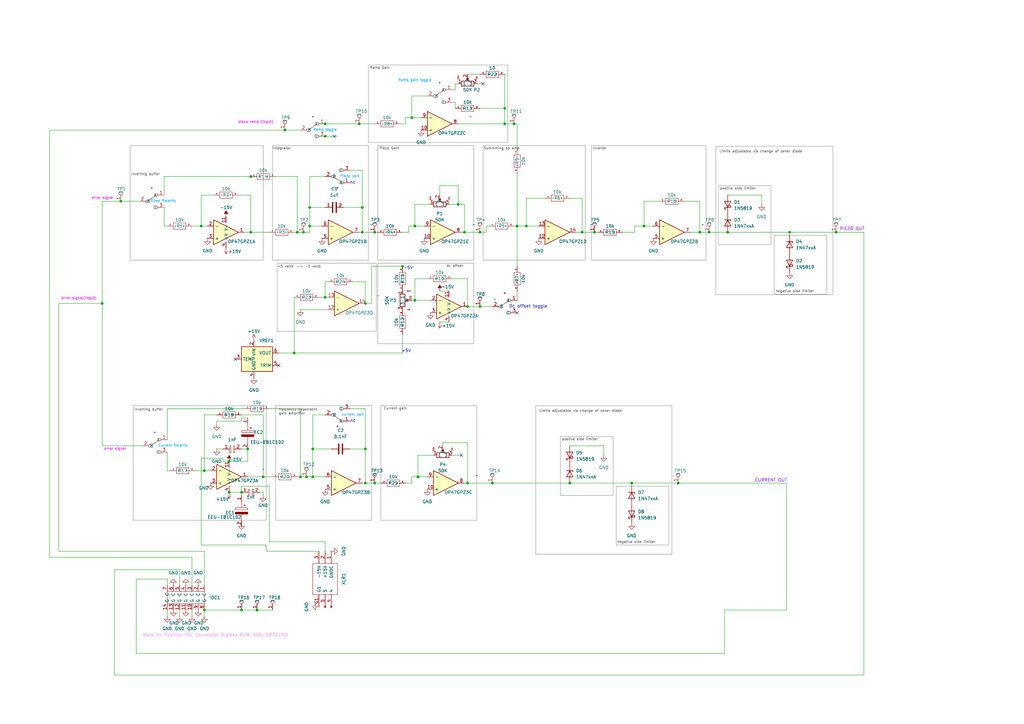
<source format=kicad_sch>
(kicad_sch (version 20250114) (generator "eeschema") (generator_version "9.0")
  (paper "A3")
  (lib_symbols
    (symbol "All Schematic Symbols:14_Position_Male_IDC 609-5970-ND"
      (property "Reference" "IDC" (at 6.35 -2.794 0))
      (property "Value" "Male 14 Position IDC Connector, Digikey P/N: 609-5970-ND" (at -1.524 -17.78 0))
      (symbol "14_Position_Male_IDC 609-5970-ND_1_1"
        (pin passive line (at 0 2.54 270) (length 2.54) (name "C") (number "1"))
        (pin passive line (at 0 -7.62 90) (length 2.54) (name "G") (number "8"))
        (pin passive line (at 2.54 2.54 270) (length 2.54) (name "C") (number "2"))
        (pin passive line (at 2.54 -7.62 90) (length 2.54) (name "G") (number "9"))
        (pin passive line (at 5.08 2.54 270) (length 2.54) (name "C") (number "3"))
        (pin passive line (at 5.08 -7.62 90) (length 2.54) (name "G") (number "10"))
        (pin passive line (at 7.62 2.54 270) (length 2.54) (name "C") (number "4"))
        (pin passive line (at 7.62 -7.62 90) (length 2.54) (name "G") (number "11"))
        (pin passive line (at 10.16 2.54 270) (length 2.54) (name "C") (number "5"))
        (pin passive line (at 10.16 -7.62 90) (length 2.54) (name "G") (number "12"))
        (pin passive line (at 12.7 2.54 270) (length 2.54) (name "C") (number "6"))
        (pin passive line (at 12.7 -7.62 90) (length 2.54) (name "G") (number "13"))
        (pin passive line (at 15.24 2.54 270) (length 2.54) (name "C") (number "7"))
        (pin passive line (at 15.24 -7.62 90) (length 2.54) (name "G") (number "14"))
      )
    )
    (symbol "All Schematic Symbols:Electrolytic Cap EEU-EB1C102" (pin_names (offset 0.762))
      (property "Reference" "EC" (at 2.794 -2.54 0))
      (property "Value" "EEU-EB1C102" (at 2.794 -5.08 0))
      (symbol "Electrolytic Cap EEU-EB1C102_0_0"
        (pin passive line (at 0 0 0) (length 2.54) (name "~") (number "1"))
        (pin passive line (at 12.7 0 180) (length 2.54) (name "~") (number "2"))
      )
    )
    (symbol "All Schematic Symbols:Polypropylene Capacitor 935C2W1K-F"
      (property "Reference" "C" (at 0 0 0))
      (property "Value" "1uF" (at 4.064 -3.048 0))
      (symbol "Polypropylene Capacitor 935C2W1K-F_1_1"
        (pin passive line (at 0 0 0) (length 2.794) (name "~") (number "1"))
        (pin passive line (at 7.62 0 180) (length 2.794) (name "~") (number "2"))
      )
    )
    (symbol "All Schematic Symbols:Potentiometer 3590P-2-***L"
      (property "Reference" "P" (at 3.81 0 0))
      (property "Value" "${VALUE}" (at 3.302 -1.778 0))
      (symbol "Potentiometer 3590P-2-***L_1_1"
        (text "CCW" (at 0 2.54 900) (effects (font (size 0.5 0.5))))
        (text "CW" (at 7.62 2.54 900) (effects (font (size 0.5 0.5))))
        (pin passive line (at 0 0 0) (length 1.27) (name "1") (number "1"))
        (pin passive line (at 3.81 3.81 270) (length 1.27) (name "2") (number "2"))
        (pin passive line (at 7.62 0 180) (length 1.27) (name "3") (number "3"))
      )
    )
    (symbol "All Schematic Symbols:Quad_Op-Amp OP470GPZ"
      (property "Reference" "OP47GPZ" (at 4.572 11.176 0))
      (symbol "Quad_Op-Amp OP470GPZ_1_1"
        (pin input line (at -8.89 7.62 0) (length 2.54) (name "-") (number "2"))
        (pin input line (at -8.89 2.54 0) (length 2.54) (name "+") (number "3"))
        (pin power_in line (at -1.27 11.43 270) (length 2.54) (name "V-") (number "11"))
        (pin power_in line (at -1.27 -1.27 90) (length 2.54) (name "+V") (number "4"))
        (pin output line (at 6.35 5.08 180) (length 2.54) (name "~") (number "1"))
      )
      (symbol "Quad_Op-Amp OP470GPZ_2_1"
        (pin input line (at -7.62 7.62 0) (length 2.54) (name "-") (number "6"))
        (pin input line (at -7.62 2.54 0) (length 2.54) (name "+") (number "5"))
        (pin output line (at 7.62 5.08 180) (length 2.54) (name "~") (number "7"))
      )
      (symbol "Quad_Op-Amp OP470GPZ_3_1"
        (pin input line (at -7.62 7.62 0) (length 2.54) (name "-") (number "9"))
        (pin input line (at -7.62 2.54 0) (length 2.54) (name "+") (number "10"))
        (pin output line (at 7.62 5.08 180) (length 2.54) (name "~") (number "8"))
      )
      (symbol "Quad_Op-Amp OP470GPZ_4_1"
        (pin input line (at -7.62 7.62 0) (length 2.54) (name "-") (number "13"))
        (pin input line (at -7.62 2.54 0) (length 2.54) (name "+") (number "12"))
        (pin output line (at 7.62 5.08 180) (length 2.54) (name "~") (number "14"))
      )
    )
    (symbol "All Schematic Symbols:RESISTOR_1/4w_Axial"
      (property "Reference" "R" (at 0 2.54 0))
      (property "Value" "${VALUE}" (at 0 0 0))
      (symbol "RESISTOR_1/4w_Axial_1_1"
        (pin bidirectional line (at -5.08 0 0) (length 2.54) (name "1") (number "1"))
        (pin bidirectional line (at 5.08 0 180) (length 2.54) (name "2") (number "2"))
      )
    )
    (symbol "All Schematic Symbols:SPDT Switch 7101SD9AV2BE"
      (property "Name" "*" (at 0 4.064 0))
      (symbol "SPDT Switch 7101SD9AV2BE_1_1"
        (pin passive line (at 0 0 0) (length 2.54) (name "B") (number "2"))
        (pin passive line (at 10.16 2.54 180) (length 2.54) (name "A") (number "1"))
        (pin passive line (at 10.16 -2.54 180) (length 2.54) (name "C") (number "3"))
      )
    )
    (symbol "All Schematic Symbols:Small_Capacitor C315C102M5U5TA"
      (property "Value" "1nF" (at 0 0 0))
      (symbol "Small_Capacitor C315C102M5U5TA_1_1"
        (pin passive line (at 0 0 0) (length 2.794) (name "~") (number "1"))
        (pin passive line (at 7.62 0 180) (length 2.794) (name "~") (number "2"))
      )
    )
    (symbol "All Schematic Symbols:Testpoint"
      (property "Reference" "TP" (at 0 5.588 0))
      (symbol "Testpoint_1_1"
        (pin passive line (at 0 0 90) (length 2.54) (name "1") (number "1"))
      )
    )
    (symbol "All Schematic Symbols:Voltage Ref REF02CPZ"
      (property "Reference" "VREF" (at 0 0 0))
      (symbol "Voltage Ref REF02CPZ_1_1"
        (pin passive line (at 0 0 0) (length 2.54) (name "TEMP") (number "3"))
        (pin no_connect line (at 5.08 -7.62 90) (length 2.54) (hide yes) (name "NC") (number "7"))
        (pin power_in line (at 7.62 7.62 270) (length 2.54) (name "VIN") (number "2"))
        (pin power_in line (at 7.62 -7.62 90) (length 2.54) (name "GND") (number "4"))
        (pin no_connect line (at 10.16 -7.62 90) (length 2.54) (hide yes) (name "NC") (number "1"))
        (pin power_out line (at 17.78 2.54 180) (length 2.54) (name "VOUT") (number "6"))
        (pin no_connect line (at 17.78 0 180) (length 2.54) (hide yes) (name "NC") (number "8"))
        (pin passive line (at 17.78 -2.54 180) (length 2.54) (name "TRIM") (number "5"))
      )
    )
    (symbol "All Schematic Symbols:XLR NC3MBH" (pin_names (offset 0.762))
      (property "Reference" "XLR" (at 10.922 -0.254 0))
      (symbol "XLR NC3MBH_1_0"
        (pin passive line (at 0 0 0) (length 5.08) (name "GNDC") (number "1"))
        (pin output line (at 0 -2.54 0) (length 5.08) (name "+15V") (number "2"))
        (pin output line (at 0 -5.08 0) (length 5.08) (name "-15V") (number "3"))
        (pin no_connect line (at 22.86 0 180) (length 5.08) (name "4") (number "4"))
        (pin no_connect line (at 22.86 -2.54 180) (length 5.08) (name "5") (number "5"))
        (pin passive line (at 22.86 -5.08 180) (length 5.08) (name "G1") (number "G1"))
      )
    )
    (symbol "Device:C" (pin_numbers (hide yes)) (pin_names (offset 0.254))
      (property "Reference" "C" (at 0.635 2.54 0))
      (property "Value" "C" (at 0.635 -2.54 0))
      (symbol "C_1_1"
        (pin passive line (at 0 3.81 270) (length 2.794) (name "~") (number "1"))
        (pin passive line (at 0 -3.81 90) (length 2.794) (name "~") (number "2"))
      )
    )
    (symbol "Diode:1N47xxA" (pin_numbers (hide yes)) (pin_names (hide yes))
      (property "Reference" "D" (at 0 2.54 0))
      (property "Value" "1N47xxA" (at 0 -2.54 0))
      (symbol "1N47xxA_1_1"
        (pin passive line (at -3.81 0 0) (length 2.54) (name "K") (number "1"))
        (pin passive line (at 3.81 0 180) (length 2.54) (name "A") (number "2"))
      )
    )
    (symbol "Diode:1N5819" (pin_numbers (hide yes)) (pin_names (offset 1.016) (hide yes))
      (property "Reference" "D" (at 0 2.54 0))
      (property "Value" "1N5819" (at 0 -2.54 0))
      (symbol "1N5819_1_1"
        (pin passive line (at -3.81 0 0) (length 2.54) (name "K") (number "1"))
        (pin passive line (at 3.81 0 180) (length 2.54) (name "A") (number "2"))
      )
    )
    (symbol "Potentiometer 3590P-2-***L_1"
      (property "Reference" "P" (at 3.81 0 0))
      (property "Value" "${VALUE}" (at 3.556 -2.032 0))
      (symbol "Potentiometer 3590P-2-***L_1_1_1"
        (text "CCW" (at 0 2.54 900) (effects (font (size 0.5 0.5))))
        (text "CW" (at 7.62 2.54 900) (effects (font (size 0.5 0.5))))
        (pin passive line (at 0 0 0) (length 1.27) (name "1") (number "1"))
        (pin passive line (at 3.81 3.81 270) (length 1.27) (name "2") (number "2"))
        (pin passive line (at 7.62 0 180) (length 1.27) (name "3") (number "3"))
      )
    )
    (symbol "Quad_Op-Amp OP470GPZ_1"
      (property "Reference" "OP47GPZ" (at 4.572 11.176 0))
      (symbol "Quad_Op-Amp OP470GPZ_1_1_1"
        (pin input line (at -8.89 7.62 0) (length 2.54) (name "-") (number "2"))
        (pin input line (at -8.89 2.54 0) (length 2.54) (name "+") (number "3"))
        (pin power_in line (at -1.27 11.43 270) (length 2.54) (name "V-") (number "11"))
        (pin power_in line (at -1.27 -1.27 90) (length 2.54) (name "+V") (number "4"))
        (pin output line (at 6.35 5.08 180) (length 2.54) (name "~") (number "1"))
      )
      (symbol "Quad_Op-Amp OP470GPZ_1_2_1"
        (pin input line (at -7.62 7.62 0) (length 2.54) (name "-") (number "6"))
        (pin input line (at -7.62 2.54 0) (length 2.54) (name "+") (number "5"))
        (pin output line (at 7.62 5.08 180) (length 2.54) (name "~") (number "7"))
      )
      (symbol "Quad_Op-Amp OP470GPZ_1_3_1"
        (pin input line (at -7.62 7.62 0) (length 2.54) (name "-") (number "9"))
        (pin input line (at -7.62 2.54 0) (length 2.54) (name "+") (number "10"))
        (pin output line (at 7.62 5.08 180) (length 2.54) (name "~") (number "8"))
      )
      (symbol "Quad_Op-Amp OP470GPZ_1_4_1"
        (pin input line (at -7.62 7.62 0) (length 2.54) (name "-") (number "13"))
        (pin input line (at -7.62 2.54 0) (length 2.54) (name "+") (number "12"))
        (pin output line (at 7.62 5.08 180) (length 2.54) (name "~") (number "14"))
      )
    )
    (symbol "Quad_Op-Amp OP470GPZ_2"
      (property "Reference" "OP47GPZ2" (at 5.08 1.27 0))
      (property "Value" "~" (at 12.7 8.2235 0))
      (symbol "Quad_Op-Amp OP470GPZ_2_1_1"
        (pin input line (at -8.89 7.62 0) (length 2.54) (name "-") (number "2"))
        (pin input line (at -8.89 2.54 0) (length 2.54) (name "+") (number "3"))
        (pin power_in line (at -1.27 11.43 270) (length 2.54) (name "V-") (number "11"))
        (pin power_in line (at -1.27 -1.27 90) (length 2.54) (name "+V") (number "4"))
        (pin output line (at 6.35 5.08 180) (length 2.54) (name "~") (number "1"))
      )
      (symbol "Quad_Op-Amp OP470GPZ_2_2_1"
        (pin input line (at -7.62 7.62 0) (length 2.54) (name "-") (number "6"))
        (pin input line (at -7.62 2.54 0) (length 2.54) (name "+") (number "5"))
        (pin output line (at 7.62 5.08 180) (length 2.54) (name "~") (number "7"))
      )
      (symbol "Quad_Op-Amp OP470GPZ_2_3_1"
        (pin input line (at -7.62 7.62 0) (length 2.54) (name "-") (number "9"))
        (pin input line (at -7.62 2.54 0) (length 2.54) (name "+") (number "10"))
        (pin output line (at 7.62 5.08 180) (length 2.54) (name "~") (number "8"))
      )
      (symbol "Quad_Op-Amp OP470GPZ_2_4_1"
        (pin input line (at -7.62 7.62 0) (length 2.54) (name "-") (number "13"))
        (pin input line (at -7.62 2.54 0) (length 2.54) (name "+") (number "12"))
        (pin output line (at 7.62 5.08 180) (length 2.54) (name "~") (number "14"))
      )
    )
    (symbol "Quad_Op-Amp OP470GPZ_4"
      (property "Reference" "OP47GPZ1" (at 5.08 1.27 0))
      (property "Value" "~" (at 12.7 8.2235 0))
      (symbol "Quad_Op-Amp OP470GPZ_4_1_1"
        (pin input line (at -8.89 7.62 0) (length 2.54) (name "-") (number "2"))
        (pin input line (at -8.89 2.54 0) (length 2.54) (name "+") (number "3"))
        (pin power_in line (at -1.27 11.43 270) (length 2.54) (name "V-") (number "11"))
        (pin power_in line (at -1.27 -1.27 90) (length 2.54) (name "+V") (number "4"))
        (pin output line (at 6.35 5.08 180) (length 2.54) (name "~") (number "1"))
      )
      (symbol "Quad_Op-Amp OP470GPZ_4_2_1"
        (pin input line (at -7.62 7.62 0) (length 2.54) (name "-") (number "6"))
        (pin input line (at -7.62 2.54 0) (length 2.54) (name "+") (number "5"))
        (pin output line (at 7.62 5.08 180) (length 2.54) (name "~") (number "7"))
      )
      (symbol "Quad_Op-Amp OP470GPZ_4_3_1"
        (pin input line (at -7.62 7.62 0) (length 2.54) (name "-") (number "9"))
        (pin input line (at -7.62 2.54 0) (length 2.54) (name "+") (number "10"))
        (pin output line (at 7.62 5.08 180) (length 2.54) (name "~") (number "8"))
      )
      (symbol "Quad_Op-Amp OP470GPZ_4_4_1"
        (pin input line (at -8.89 7.62 0) (length 2.54) (name "-") (number "13"))
        (pin input line (at -8.89 2.54 0) (length 2.54) (name "+") (number "12"))
        (pin output line (at 6.35 5.08 180) (length 2.54) (name "~") (number "14"))
      )
    )
    (symbol "Quad_Op-Amp OP470GPZ_5"
      (property "Reference" "OP47GPZ1" (at 5.08 1.27 0))
      (property "Value" "~" (at 12.7 8.2235 0))
      (symbol "Quad_Op-Amp OP470GPZ_5_1_1"
        (pin input line (at -8.89 7.62 0) (length 2.54) (name "-") (number "2"))
        (pin input line (at -8.89 2.54 0) (length 2.54) (name "+") (number "3"))
        (pin power_in line (at -1.27 11.43 270) (length 2.54) (name "V-") (number "11"))
        (pin power_in line (at -1.27 -1.27 90) (length 2.54) (name "+V") (number "4"))
        (pin output line (at 6.35 5.08 180) (length 2.54) (name "~") (number "1"))
      )
      (symbol "Quad_Op-Amp OP470GPZ_5_2_1"
        (pin input line (at -7.62 7.62 0) (length 2.54) (name "-") (number "6"))
        (pin input line (at -7.62 2.54 0) (length 2.54) (name "+") (number "5"))
        (pin output line (at 7.62 5.08 180) (length 2.54) (name "~") (number "7"))
      )
      (symbol "Quad_Op-Amp OP470GPZ_5_3_1"
        (pin input line (at -7.62 7.62 0) (length 2.54) (name "-") (number "9"))
        (pin input line (at -7.62 2.54 0) (length 2.54) (name "+") (number "10"))
        (pin output line (at 7.62 5.08 180) (length 2.54) (name "~") (number "8"))
      )
      (symbol "Quad_Op-Amp OP470GPZ_5_4_1"
        (pin input line (at -8.89 7.62 0) (length 2.54) (name "-") (number "13"))
        (pin input line (at -8.89 2.54 0) (length 2.54) (name "+") (number "12"))
        (pin output line (at 6.35 5.08 180) (length 2.54) (name "~") (number "14"))
      )
    )
    (symbol "power:+15V" (power) (pin_numbers (hide yes)) (pin_names (offset 0) (hide yes))
      (property "Value" "+15V" (at 0 3.556 0))
      (symbol "+15V_1_1"
        (pin power_in line (at 0 0 90) (length 0) (name "~") (number "1"))
      )
    )
    (symbol "power:-15V" (power) (pin_numbers (hide yes)) (pin_names (offset 0) (hide yes))
      (property "Value" "-15V" (at 0 3.556 0))
      (symbol "-15V_0_0"
        (pin power_in line (at 0 0 90) (length 0) (name "~") (number "1"))
      )
    )
    (symbol "power:GND" (power) (pin_numbers (hide yes)) (pin_names (offset 0) (hide yes))
      (property "Value" "GND" (at 0 -3.81 0))
      (symbol "GND_1_1"
        (pin power_in line (at 0 0 270) (length 0) (name "~") (number "1"))
      )
    )
  )
  (rectangle (start 294.64 76.2) (end 316.23 100.33) (stroke (width 0) (color 130 130 130 1)))
  (rectangle (start 229.87 179.07) (end 251.46 203.2) (stroke (width 0) (color 130 130 130 1)))
  (rectangle (start 198.12 59.69) (end 240.03 106.68) (stroke (width 0) (color 130 130 130 1)))
  (rectangle (start 154.94 107.95) (end 194.31 140.97) (stroke (width 0) (color 130 130 130 1)))
  (rectangle (start 242.57 59.69) (end 289.56 106.68) (stroke (width 0) (color 130 130 130 1)))
  (rectangle (start 156.21 166.37) (end 195.58 213.36) (stroke (width 0) (color 130 130 130 1)))
  (rectangle (start 317.5 96.52) (end 339.09 120.65) (stroke (width 0) (color 130 130 130 1)))
  (rectangle (start 154.94 59.69) (end 194.31 106.68) (stroke (width 0) (color 130 130 130 1)))
  (rectangle (start 252.73 199.39) (end 274.32 223.52) (stroke (width 0) (color 130 130 130 1)))
  (rectangle (start 111.76 59.69) (end 151.13 106.68) (stroke (width 0) (color 130 130 130 1)))
  (rectangle (start 293.624 59.944) (end 341.63 120.904) (stroke (width 0) (color 130 130 130 1)))
  (rectangle (start 113.665 107.95) (end 154.305 135.89) (stroke (width 0) (color 130 130 130 1)))
  (rectangle (start 219.71 166.37) (end 275.59 227.33) (stroke (width 0) (color 130 130 130 1)))
  (rectangle (start 53.34 59.69) (end 107.95 106.68) (stroke (width 0) (color 130 130 130 1)))
  (rectangle (start 113.03 166.37) (end 152.4 213.36) (stroke (width 0) (color 130 130 130 1)))
  (rectangle (start 54.61 166.37) (end 109.22 213.36) (stroke (width 0) (color 130 130 130 1)))
  (rectangle (start 151.13 26.67) (end 208.28 58.42) (stroke (width 0) (color 130 130 130 1)))
  (text "Inverting buffer\n\n" (at 59.69 72.39 0) (effects (font (size 1 1))))
  (text "Integrator\n" (at 115.57 60.96 0) (effects (font (size 1 1))))
  (text "+5 volts  -> -5 volts\n\n" (at 122.682 110.236 0) (effects (font (size 1 1))))
  (text "dc offset \n" (at 186.944 109.22 0) (effects (font (size 1 1))))
  (text "error signal\n" (at 47.244 184.15 0) (effects (font (size 1 1))))
  (text "+5V\n" (at 166.624 144.018 0) (effects (font (size 1.27 1.27))))
  (text "CURRENT OUT\n" (at 316.23 197.104 0) (effects (font (size 1.27 1.27))))
  (text "Inverting buffer\n\n" (at 60.96 168.91 0) (effects (font (size 1 1))))
  (text "error signal\n" (at 42.164 81.28 0) (effects (font (size 1 1))))
  (text "Piezo Gain \n" (at 160.02 60.96 0) (effects (font (size 1 1))))
  (text "Limits adjustable via change of zener diode \n" (at 238.506 168.656 0) (effects (font (size 1 1))))
  (text "Ramp toggle\n" (at 133.35 53.34 0) (effects (font (size 1 1))))
  (text "postive side limiter \n \n" (at 238.252 181.102 0) (effects (font (size 1 1))))
  (text "Dc offset toggle \n" (at 217.17 125.73 0) (effects (font (size 1.27 1.27))))
  (text "postive side limiter \n \n" (at 303.022 78.232 0) (effects (font (size 1 1))))
  (text "negative side limiter \n \n" (at 261.366 223.266 0) (effects (font (size 1 1))))
  (text "Inverter \n" (at 246.38 60.96 0) (effects (font (size 1 1))))
  (text "-5V" (at 167.386 109.982 0) (effects (font (size 1.27 1.27))))
  (text "Piezo lock\n" (at 143.51 72.39 0) (effects (font (size 1 1))))
  (text "current lock\n" (at 144.78 170.18 0) (effects (font (size 1 1))))
  (text "nc" (at 144.7346 74.9078 0) (effects (font (size 1.27 1.27))))
  (text "Limits adjustable via change of zener diode \n" (at 312.42 62.23 0) (effects (font (size 1 1))))
  (text "Ramp gain toggle\n" (at 170.18 33.02 0) (effects (font (size 1 1))))
  (text "piezo ramp (input)\n\n\n\n\n" (at 104.902 53.34 0) (effects (font (size 1 1))))
  (text "nc" (at 144.7346 172.6978 0) (effects (font (size 1.27 1.27))))
  (text "negative side limiter \n \n" (at 326.39 120.396 0) (effects (font (size 1 1))))
  (text "Summming op amp\n" (at 205.74 60.96 0) (effects (font (size 1 1))))
  (text "error signal(input)\n" (at 32.258 122.428 0) (effects (font (size 1 1))))
  (text "Ramp Gain \n" (at 156.21 27.94 0) (effects (font (size 1 1))))
  (text "Pizeo Polarity " (at 67.31 82.55 0) (effects (font (size 1 1))))
  (text "Current Polarity " (at 71.374 182.88 0) (effects (font (size 1 1))))
  (text "frequency dependent \ngain amplifier" (at 114.3 168.91 0) (effects (font (size 1 1)) (justify left)))
  (text "Current gain \n" (at 162.56 167.64 0) (effects (font (size 1 1))))
  (text "PIEZO OUT\n" (at 349.504 93.98 0) (effects (font (size 1.27 1.27))))
  (junction (at 233.68 198.12))
  (junction (at 168.91 48.26))
  (junction (at 123.19 195.58))
  (junction (at 207.01 50.8))
  (junction (at 116.84 53.34))
  (junction (at 207.01 44.45))
  (junction (at 191.77 198.12))
  (junction (at 196.85 125.73))
  (junction (at 259.08 198.12))
  (junction (at 243.84 95.25))
  (junction (at 127 85.09))
  (junction (at 121.92 95.25))
  (junction (at 298.45 95.25))
  (junction (at 187.96 83.82))
  (junction (at 148.59 95.25))
  (junction (at 201.93 198.12))
  (junction (at 128.27 184.15))
  (junction (at 278.13 198.12))
  (junction (at 102.87 95.25))
  (junction (at 105.41 250.19))
  (junction (at 125.73 195.58))
  (junction (at 149.86 124.46))
  (junction (at 41.91 124.46))
  (junction (at 93.98 201.93))
  (junction (at 120.65 144.78))
  (junction (at 83.82 250.19))
  (junction (at 165.1 109.22))
  (junction (at 107.95 195.58))
  (junction (at 149.86 184.15))
  (junction (at 196.85 95.25))
  (junction (at 127 92.71))
  (junction (at 190.5 95.25))
  (junction (at 287.02 95.25))
  (junction (at 101.6 184.15))
  (junction (at 147.32 50.8))
  (junction (at 128.27 195.58))
  (junction (at 133.35 121.92))
  (junction (at 170.18 92.71))
  (junction (at 191.77 125.73))
  (junction (at 153.67 198.12))
  (junction (at 215.9 92.71))
  (junction (at 49.53 82.55))
  (junction (at 290.83 95.25))
  (junction (at 133.35 55.88))
  (junction (at 170.18 123.19))
  (junction (at 264.16 92.71))
  (junction (at 124.46 95.25))
  (junction (at 99.06 201.93))
  (junction (at 93.98 189.23))
  (junction (at 133.35 50.8))
  (junction (at 171.45 195.58))
  (junction (at 102.87 72.39))
  (junction (at 148.59 85.09))
  (junction (at 342.9 95.25))
  (junction (at 323.85 95.25))
  (junction (at 210.82 50.8))
  (junction (at 212.09 92.71))
  (junction (at 83.82 193.04))
  (junction (at 99.06 250.19))
  (junction (at 153.67 95.25))
  (junction (at 82.55 92.71))
  (junction (at 149.86 198.12))
  (junction (at 238.76 95.25))
  (no_connect (at 114.3 149.86))
  (no_connect (at 198.12 34.29))
  (no_connect (at 96.52 147.32))
  (no_connect (at 189.23 186.69))
  (no_connect (at 137.16 55.88))
  (no_connect (at 212.09 128.27))
  (wire (pts (xy 171.45 186.69) (xy 177.8 186.69)))
  (wire (pts (xy 67.31 72.39) (xy 67.31 80.01)))
  (wire (pts (xy 264.16 92.71) (xy 267.97 92.71)))
  (wire (pts (xy 180.34 80.01) (xy 180.34 76.2)))
  (wire (pts (xy 195.58 34.29) (xy 198.12 34.29)))
  (wire (pts (xy 121.92 95.25) (xy 124.46 95.25)))
  (wire (pts (xy 55.88 267.97) (xy 297.18 267.97)))
  (wire (pts (xy 260.35 95.25) (xy 260.35 92.71)))
  (wire (pts (xy 68.58 185.42) (xy 68.58 193.04)))
  (wire (pts (xy 127 95.25) (xy 127 92.71)))
  (wire (pts (xy 210.82 92.71) (xy 212.09 92.71)))
  (wire (pts (xy 165.1 109.22) (xy 165.1 110.49)))
  (wire (pts (xy 110.49 222.25) (xy 133.35 222.25)))
  (wire (pts (xy 68.58 167.64) (xy 68.58 180.34)))
  (wire (pts (xy 236.22 95.25) (xy 238.76 95.25)))
  (wire (pts (xy 133.35 115.57) (xy 134.62 115.57)))
  (wire (pts (xy 68.58 193.04) (xy 69.85 193.04)))
  (wire (pts (xy 168.91 48.26) (xy 172.72 48.26)))
  (wire (pts (xy 20.32 53.34) (xy 20.32 228.6)))
  (wire (pts (xy 91.44 187.96) (xy 82.55 187.96)))
  (wire (pts (xy 184.15 83.82) (xy 187.96 83.82)))
  (wire (pts (xy 238.76 95.25) (xy 238.76 81.28)))
  (wire (pts (xy 148.59 69.85) (xy 148.59 85.09)))
  (wire (pts (xy 83.82 170.18) (xy 88.9 170.18)))
  (wire (pts (xy 186.69 41.91) (xy 185.42 41.91)))
  (wire (pts (xy 78.74 250.19) (xy 78.74 252.73)))
  (wire (pts (xy 41.91 182.88) (xy 58.42 182.88)))
  (wire (pts (xy 168.91 195.58) (xy 168.91 198.12)))
  (wire (pts (xy 102.87 72.39) (xy 105.41 72.39)))
  (wire (pts (xy 148.59 85.09) (xy 148.59 95.25)))
  (wire (pts (xy 147.32 95.25) (xy 148.59 95.25)))
  (wire (pts (xy 82.55 92.71) (xy 82.55 80.01)))
  (wire (pts (xy 83.82 252.73) (xy 83.82 250.19)))
  (wire (pts (xy 166.37 48.26) (xy 166.37 50.8)))
  (wire (pts (xy 120.65 144.78) (xy 120.65 121.92)))
  (wire (pts (xy 68.58 250.19) (xy 68.58 252.73)))
  (wire (pts (xy 93.98 189.23) (xy 91.44 189.23)))
  (wire (pts (xy 190.5 198.12) (xy 191.77 198.12)))
  (wire (pts (xy 147.32 50.8) (xy 153.67 50.8)))
  (wire (pts (xy 41.91 124.46) (xy 41.91 182.88)))
  (wire (pts (xy 280.67 82.55) (xy 287.02 82.55)))
  (wire (pts (xy 190.5 83.82) (xy 190.5 95.25)))
  (wire (pts (xy 127 92.71) (xy 132.08 92.71)))
  (wire (pts (xy 247.65 182.88) (xy 247.65 186.69)))
  (wire (pts (xy 191.77 125.73) (xy 196.85 125.73)))
  (wire (pts (xy 68.58 237.49) (xy 68.58 240.03)))
  (wire (pts (xy 287.02 95.25) (xy 290.83 95.25)))
  (wire (pts (xy 99.06 250.19) (xy 105.41 250.19)))
  (wire (pts (xy 180.34 119.38) (xy 184.15 119.38)))
  (wire (pts (xy 278.13 198.12) (xy 322.58 198.12)))
  (wire (pts (xy 82.55 80.01) (xy 87.63 80.01)))
  (wire (pts (xy 128.27 170.18) (xy 133.35 170.18)))
  (wire (pts (xy 186.69 34.29) (xy 186.69 36.83)))
  (wire (pts (xy 170.18 114.3) (xy 175.26 114.3)))
  (wire (pts (xy 134.62 127) (xy 123.19 127)))
  (wire (pts (xy 93.98 201.93) (xy 99.06 201.93)))
  (wire (pts (xy 82.55 223.52) (xy 109.22 223.52)))
  (wire (pts (xy 80.01 193.04) (xy 83.82 193.04)))
  (wire (pts (xy 290.83 95.25) (xy 298.45 95.25)))
  (wire (pts (xy 191.77 198.12) (xy 201.93 198.12)))
  (wire (pts (xy 190.5 95.25) (xy 196.85 95.25)))
  (wire (pts (xy 91.44 189.23) (xy 91.44 187.96)))
  (wire (pts (xy 207.01 50.8) (xy 210.82 50.8)))
  (wire (pts (xy 260.35 92.71) (xy 264.16 92.71)))
  (wire (pts (xy 210.82 50.8) (xy 212.09 50.8)))
  (wire (pts (xy 186.69 44.45) (xy 186.69 41.91)))
  (wire (pts (xy 149.86 198.12) (xy 153.67 198.12)))
  (wire (pts (xy 149.86 167.64) (xy 149.86 184.15)))
  (wire (pts (xy 127 85.09) (xy 133.35 85.09)))
  (wire (pts (xy 107.95 170.18) (xy 107.95 195.58)))
  (wire (pts (xy 78.74 228.6) (xy 78.74 240.03)))
  (wire (pts (xy 99.06 172.72) (xy 99.06 171.45)))
  (wire (pts (xy 170.18 83.82) (xy 170.18 92.71)))
  (wire (pts (xy 152.4 109.22) (xy 165.1 109.22)))
  (wire (pts (xy 149.86 124.46) (xy 152.4 124.46)))
  (wire (pts (xy 171.45 195.58) (xy 175.26 195.58)))
  (wire (pts (xy 73.66 240.03) (xy 73.66 233.68)))
  (wire (pts (xy 238.76 81.28) (xy 233.68 81.28)))
  (wire (pts (xy 85.09 92.71) (xy 82.55 92.71)))
  (wire (pts (xy 191.77 114.3) (xy 191.77 125.73)))
  (wire (pts (xy 170.18 123.19) (xy 170.18 114.3)))
  (wire (pts (xy 93.98 189.23) (xy 101.6 189.23)))
  (wire (pts (xy 67.31 85.09) (xy 67.31 92.71)))
  (wire (pts (xy 196.85 95.25) (xy 199.39 95.25)))
  (wire (pts (xy 171.45 186.69) (xy 171.45 195.58)))
  (wire (pts (xy 128.27 184.15) (xy 135.89 184.15)))
  (wire (pts (xy 55.88 237.49) (xy 68.58 237.49)))
  (wire (pts (xy 107.95 201.93) (xy 106.68 201.93)))
  (wire (pts (xy 287.02 82.55) (xy 287.02 95.25)))
  (wire (pts (xy 167.64 92.71) (xy 170.18 92.71)))
  (wire (pts (xy 99.06 171.45) (xy 101.6 171.45)))
  (wire (pts (xy 88.9 172.72) (xy 99.06 172.72)))
  (wire (pts (xy 114.3 144.78) (xy 120.65 144.78)))
  (wire (pts (xy 342.9 95.25) (xy 354.33 95.25)))
  (wire (pts (xy 233.68 182.88) (xy 247.65 182.88)))
  (wire (pts (xy 170.18 123.19) (xy 176.53 123.19)))
  (wire (pts (xy 83.82 240.03) (xy 83.82 226.06)))
  (wire (pts (xy 167.64 92.71) (xy 167.64 95.25)))
  (wire (pts (xy 264.16 92.71) (xy 264.16 82.55)))
  (wire (pts (xy 130.81 121.92) (xy 133.35 121.92)))
  (wire (pts (xy 323.85 95.25) (xy 323.85 96.52)))
  (wire (pts (xy 166.37 198.12) (xy 168.91 198.12)))
  (wire (pts (xy 67.31 72.39) (xy 102.87 72.39)))
  (wire (pts (xy 107.95 201.93) (xy 107.95 203.2)))
  (wire (pts (xy 312.42 80.01) (xy 312.42 83.82)))
  (wire (pts (xy 185.42 114.3) (xy 191.77 114.3)))
  (wire (pts (xy 199.39 92.71) (xy 200.66 92.71)))
  (wire (pts (xy 212.09 71.12) (xy 212.09 92.71)))
  (wire (pts (xy 168.91 39.37) (xy 175.26 39.37)))
  (wire (pts (xy 322.58 198.12) (xy 322.58 250.19)))
  (wire (pts (xy 168.91 123.19) (xy 170.18 123.19)))
  (wire (pts (xy 24.13 124.46) (xy 41.91 124.46)))
  (wire (pts (xy 46.99 276.86) (xy 354.33 276.86)))
  (wire (pts (xy 110.49 167.64) (xy 123.19 167.64)))
  (wire (pts (xy 259.08 198.12) (xy 278.13 198.12)))
  (wire (pts (xy 101.6 195.58) (xy 107.95 195.58)))
  (wire (pts (xy 149.86 115.57) (xy 149.86 124.46)))
  (wire (pts (xy 149.86 167.64) (xy 143.51 167.64)))
  (wire (pts (xy 127 72.39) (xy 133.35 72.39)))
  (wire (pts (xy 133.35 222.25) (xy 133.35 226.06)))
  (wire (pts (xy 259.08 198.12) (xy 259.08 199.39)))
  (wire (pts (xy 201.93 198.12) (xy 233.68 198.12)))
  (wire (pts (xy 180.34 76.2) (xy 187.96 76.2)))
  (wire (pts (xy 133.35 55.88) (xy 138.43 55.88)))
  (wire (pts (xy 102.87 80.01) (xy 102.87 95.25)))
  (wire (pts (xy 78.74 92.71) (xy 82.55 92.71)))
  (wire (pts (xy 297.18 267.97) (xy 297.18 250.19)))
  (wire (pts (xy 68.58 167.64) (xy 100.33 167.64)))
  (wire (pts (xy 99.06 201.93) (xy 99.06 199.39)))
  (wire (pts (xy 41.91 82.55) (xy 41.91 124.46)))
  (wire (pts (xy 46.99 276.86) (xy 46.99 233.68)))
  (wire (pts (xy 127 92.71) (xy 127 85.09)))
  (wire (pts (xy 170.18 92.71) (xy 173.99 92.71)))
  (wire (pts (xy 243.84 95.25) (xy 245.11 95.25)))
  (wire (pts (xy 124.46 95.25) (xy 127 95.25)))
  (wire (pts (xy 121.92 95.25) (xy 120.65 95.25)))
  (wire (pts (xy 207.01 44.45) (xy 207.01 50.8)))
  (wire (pts (xy 110.49 199.39) (xy 110.49 222.25)))
  (wire (pts (xy 143.51 184.15) (xy 149.86 184.15)))
  (wire (pts (xy 264.16 82.55) (xy 270.51 82.55)))
  (wire (pts (xy 133.35 121.92) (xy 134.62 121.92)))
  (wire (pts (xy 148.59 95.25) (xy 153.67 95.25)))
  (wire (pts (xy 73.66 250.19) (xy 73.66 252.73)))
  (wire (pts (xy 199.39 95.25) (xy 199.39 92.71)))
  (wire (pts (xy 287.02 95.25) (xy 283.21 95.25)))
  (wire (pts (xy 83.82 193.04) (xy 83.82 170.18)))
  (wire (pts (xy 170.18 83.82) (xy 176.53 83.82)))
  (wire (pts (xy 215.9 81.28) (xy 215.9 92.71)))
  (wire (pts (xy 187.96 50.8) (xy 207.01 50.8)))
  (wire (pts (xy 181.61 181.61) (xy 191.77 181.61)))
  (wire (pts (xy 123.19 195.58) (xy 125.73 195.58)))
  (wire (pts (xy 168.91 39.37) (xy 168.91 48.26)))
  (wire (pts (xy 133.35 121.92) (xy 133.35 115.57)))
  (wire (pts (xy 238.76 95.25) (xy 243.84 95.25)))
  (wire (pts (xy 212.09 92.71) (xy 215.9 92.71)))
  (wire (pts (xy 354.33 95.25) (xy 354.33 276.86)))
  (wire (pts (xy 128.27 184.15) (xy 128.27 195.58)))
  (wire (pts (xy 128.27 170.18) (xy 128.27 184.15)))
  (wire (pts (xy 127 72.39) (xy 127 85.09)))
  (wire (pts (xy 128.27 195.58) (xy 133.35 195.58)))
  (wire (pts (xy 187.96 76.2) (xy 187.96 83.82)))
  (wire (pts (xy 82.55 187.96) (xy 82.55 223.52)))
  (wire (pts (xy 149.86 184.15) (xy 149.86 198.12)))
  (wire (pts (xy 165.1 95.25) (xy 167.64 95.25)))
  (wire (pts (xy 212.09 92.71) (xy 212.09 109.22)))
  (wire (pts (xy 148.59 69.85) (xy 143.51 69.85)))
  (wire (pts (xy 298.45 80.01) (xy 312.42 80.01)))
  (wire (pts (xy 86.36 193.04) (xy 83.82 193.04)))
  (wire (pts (xy 49.53 82.55) (xy 57.15 82.55)))
  (wire (pts (xy 186.69 34.29) (xy 187.96 34.29)))
  (wire (pts (xy 180.34 132.08) (xy 184.15 132.08)))
  (wire (pts (xy 20.32 228.6) (xy 78.74 228.6)))
  (wire (pts (xy 255.27 95.25) (xy 260.35 95.25)))
  (wire (pts (xy 113.03 72.39) (xy 121.92 72.39)))
  (wire (pts (xy 233.68 198.12) (xy 259.08 198.12)))
  (wire (pts (xy 55.88 237.49) (xy 55.88 267.97)))
  (wire (pts (xy 99.06 199.39) (xy 110.49 199.39)))
  (wire (pts (xy 116.84 53.34) (xy 123.19 53.34)))
  (wire (pts (xy 83.82 226.06) (xy 24.13 226.06)))
  (wire (pts (xy 97.79 80.01) (xy 102.87 80.01)))
  (wire (pts (xy 73.66 233.68) (xy 46.99 233.68)))
  (wire (pts (xy 196.85 125.73) (xy 201.93 125.73)))
  (wire (pts (xy 133.35 50.8) (xy 147.32 50.8)))
  (wire (pts (xy 212.09 119.38) (xy 212.09 123.19)))
  (wire (pts (xy 99.06 215.9) (xy 99.06 214.63)))
  (wire (pts (xy 191.77 30.48) (xy 196.85 30.48)))
  (wire (pts (xy 123.19 195.58) (xy 121.92 195.58)))
  (wire (pts (xy 99.06 170.18) (xy 107.95 170.18)))
  (wire (pts (xy 100.33 95.25) (xy 102.87 95.25)))
  (wire (pts (xy 152.4 124.46) (xy 152.4 109.22)))
  (wire (pts (xy 99.06 203.2) (xy 99.06 201.93)))
  (wire (pts (xy 298.45 95.25) (xy 323.85 95.25)))
  (wire (pts (xy 88.9 173.99) (xy 88.9 172.72)))
  (wire (pts (xy 140.97 85.09) (xy 148.59 85.09)))
  (wire (pts (xy 297.18 250.19) (xy 322.58 250.19)))
  (wire (pts (xy 107.95 195.58) (xy 111.76 195.58)))
  (wire (pts (xy 105.41 250.19) (xy 111.76 250.19)))
  (wire (pts (xy 187.96 83.82) (xy 190.5 83.82)))
  (wire (pts (xy 102.87 95.25) (xy 110.49 95.25)))
  (wire (pts (xy 20.32 53.34) (xy 116.84 53.34)))
  (wire (pts (xy 83.82 250.19) (xy 99.06 250.19)))
  (wire (pts (xy 323.85 95.25) (xy 342.9 95.25)))
  (wire (pts (xy 196.85 44.45) (xy 207.01 44.45)))
  (wire (pts (xy 121.92 72.39) (xy 121.92 95.25)))
  (wire (pts (xy 67.31 92.71) (xy 68.58 92.71)))
  (wire (pts (xy 191.77 181.61) (xy 191.77 198.12)))
  (wire (pts (xy 130.81 50.8) (xy 133.35 50.8)))
  (wire (pts (xy 24.13 226.06) (xy 24.13 124.46)))
  (wire (pts (xy 166.37 48.26) (xy 168.91 48.26)))
  (wire (pts (xy 215.9 81.28) (xy 223.52 81.28)))
  (wire (pts (xy 186.69 36.83) (xy 185.42 36.83)))
  (wire (pts (xy 41.91 82.55) (xy 49.53 82.55)))
  (wire (pts (xy 130.81 55.88) (xy 133.35 55.88)))
  (wire (pts (xy 189.23 95.25) (xy 190.5 95.25)))
  (wire (pts (xy 153.67 95.25) (xy 154.94 95.25)))
  (wire (pts (xy 165.1 137.16) (xy 165.1 144.78)))
  (wire (pts (xy 99.06 184.15) (xy 101.6 184.15)))
  (wire (pts (xy 168.91 195.58) (xy 171.45 195.58)))
  (wire (pts (xy 148.59 198.12) (xy 149.86 198.12)))
  (wire (pts (xy 185.42 186.69) (xy 189.23 186.69)))
  (wire (pts (xy 215.9 92.71) (xy 220.98 92.71)))
  (wire (pts (xy 207.01 30.48) (xy 207.01 44.45)))
  (wire (pts (xy 163.83 50.8) (xy 166.37 50.8)))
  (wire (pts (xy 125.73 195.58) (xy 128.27 195.58)))
  (wire (pts (xy 153.67 198.12) (xy 156.21 198.12)))
  (wire (pts (xy 101.6 184.15) (xy 101.6 189.23)))
  (wire (pts (xy 109.22 226.06) (xy 130.81 226.06)))
  (wire (pts (xy 212.09 50.8) (xy 212.09 60.96)))
  (wire (pts (xy 181.61 182.88) (xy 181.61 181.61)))
  (wire (pts (xy 144.78 115.57) (xy 149.86 115.57)))
  (wire (pts (xy 109.22 223.52) (xy 109.22 226.06)))
  (wire (pts (xy 88.9 184.15) (xy 91.44 184.15)))
  (wire (pts (xy 120.65 144.78) (xy 165.1 144.78)))
  (wire (pts (xy 123.19 167.64) (xy 123.19 195.58)))
  (symbol (lib_id "All Schematic Symbols:Testpoint") (at 105.41 250.19 0) (unit 1)
    (property "Reference" "TP17" (at 103.886 245.11 0) (effects (justify left)))
    (property "Footprint" "All_Footprints:TestPoint" (effects (hide yes)))
  )
  (symbol (lib_id "Diode:1N47xxA") (at 298.45 91.44 270) (unit 1)
    (property "Reference" "D3" (at 300.99 90.1699 90) (effects (justify left)))
    (property "Value" "1N47xxA" (at 300.99 92.7099 90) (effects (justify left)))
    (property "Footprint" "Diode_THT:D_DO-41_SOD81_P10.16mm_Horizontal" (effects (hide yes)))
    (property "Datasheet" "https://www.vishay.com/docs/85816/1n4728a.pdf" (effects (hide yes)))
    (property "Description" "1300mW Silicon planar power Zener diodes, DO-41" (effects (hide yes)))
  )
  (symbol (lib_id "power:GND") (at 76.2 250.19 0) (unit 1)
    (property "Reference" "#PWR031" (effects (hide yes)))
    (property "Value" "GND" (at 76.454 255.524 0))
    (property "Description" "Power symbol creates a global label with name \"GND\" , ground" (effects (hide yes)))
  )
  (symbol (lib_id "power:GND") (at 86.36 198.12 0) (unit 1)
    (property "Reference" "#PWR020" (effects (hide yes)))
    (property "Value" "GND" (at 83.566 200.152 0))
    (property "Description" "Power symbol creates a global label with name \"GND\" , ground" (effects (hide yes)))
  )
  (symbol (lib_id "All Schematic Symbols:RESISTOR_1/4w_Axial") (at 212.09 66.04 270) (unit 1)
    (property "Reference" "R9" (at 212.09 66.04 0))
    (property "Value" "10k" (at 214.63 66.04 0))
    (property "Footprint" "All_Footprints:R_Axial_DIN0207_L6.3mm_D2.5mm_P10.16mm_Horizontal" (effects (hide yes)))
    (property "Datasheet" "Generic Resistor Size" (effects (hide yes)))
  )
  (symbol (lib_id "power:-15V") (at 180.34 119.38 0) (unit 1)
    (property "Reference" "#PWR03" (effects (hide yes)))
    (property "Value" "-15V" (at 183.642 117.602 0))
    (property "Description" "Power symbol creates a global label with name \"-15V\"" (effects (hide yes)))
  )
  (symbol (lib_id "All Schematic Symbols:Quad_Op-Amp OP470GPZ") (at 275.59 100.33 0) (unit 2)
    (property "Reference" "OP47GPZ2" (at 280.67 99.06 0))
    (property "Value" "~" (at 288.29 92.1065 0))
    (property "Footprint" "All_Footprints:OP470GPZ Amplifier" (effects (hide yes)))
  )
  (symbol (lib_id "All Schematic Symbols:Testpoint") (at 124.46 95.25 0) (unit 1)
    (property "Reference" "TP2" (at 122.936 90.17 0) (effects (justify left)))
    (property "Footprint" "All_Footprints:TestPoint" (effects (hide yes)))
  )
  (symbol (lib_id "All Schematic Symbols:Testpoint") (at 342.9 95.25 0) (unit 1)
    (property "Reference" "TP7" (at 341.376 90.17 0) (effects (justify left)))
    (property "Footprint" "All_Footprints:TestPoint" (effects (hide yes)))
  )
  (symbol (lib_id "power:GND") (at 81.28 240.03 180) (unit 1)
    (property "Reference" "#PWR09" (effects (hide yes)))
    (property "Value" "GND" (at 81.28 234.95 0))
    (property "Description" "Power symbol creates a global label with name \"GND\" , ground" (effects (hide yes)))
  )
  (symbol (lib_id "power:GND") (at 71.12 240.03 180) (unit 1)
    (property "Reference" "#PWR039" (effects (hide yes)))
    (property "Value" "GND" (at 71.12 234.95 0))
    (property "Description" "Power symbol creates a global label with name \"GND\" , ground" (effects (hide yes)))
  )
  (symbol (lib_id "All Schematic Symbols:Testpoint") (at 201.93 198.12 0) (unit 1)
    (property "Reference" "TP14" (at 200.406 193.04 0) (effects (justify left)))
    (property "Footprint" "All_Footprints:TestPoint" (effects (hide yes)))
  )
  (symbol (lib_id "All Schematic Symbols:RESISTOR_1/4w_Axial") (at 105.41 167.64 0) (unit 1)
    (property "Reference" "R19" (at 105.664 167.64 0))
    (property "Value" "10k" (at 105.41 165.1 0))
    (property "Footprint" "All_Footprints:R_Axial_DIN0207_L6.3mm_D2.5mm_P10.16mm_Horizontal" (effects (hide yes)))
    (property "Datasheet" "Generic Resistor Size" (effects (hide yes)))
  )
  (symbol (lib_id "power:GND") (at 104.14 154.94 0) (unit 1)
    (property "Reference" "#PWR037" (effects (hide yes)))
    (property "Value" "GND" (at 104.14 160.02 0))
    (property "Description" "Power symbol creates a global label with name \"GND\" , ground" (effects (hide yes)))
  )
  (symbol (lib_id "power:+15V") (at 104.14 139.7 0) (unit 1)
    (property "Reference" "#PWR038" (effects (hide yes)))
    (property "Value" "+15V" (at 104.14 135.89 0))
    (property "Description" "Power symbol creates a global label with name \"+15V\"" (effects (hide yes)))
  )
  (symbol (lib_id "All Schematic Symbols:Testpoint") (at 153.67 95.25 0) (unit 1)
    (property "Reference" "TP3" (at 152.146 90.17 0) (effects (justify left)))
    (property "Footprint" "All_Footprints:TestPoint" (effects (hide yes)))
  )
  (symbol (lib_id "power:+15V") (at 93.98 201.93 180) (unit 1)
    (property "Reference" "#PWR08" (effects (hide yes)))
    (property "Value" "+15V" (at 91.186 204.724 0))
    (property "Description" "Power symbol creates a global label with name \"+15V\"" (effects (hide yes)))
  )
  (symbol (lib_id "All Schematic Symbols:Testpoint") (at 125.73 195.58 0) (unit 1)
    (property "Reference" "TP12" (at 124.206 190.5 0) (effects (justify left)))
    (property "Footprint" "All_Footprints:TestPoint" (effects (hide yes)))
  )
  (symbol (lib_id "power:GND") (at 99.06 214.63 0) (unit 1)
    (property "Reference" "#PWR025" (effects (hide yes)))
    (property "Value" "GND" (at 99.06 219.71 0))
    (property "Description" "Power symbol creates a global label with name \"GND\" , ground" (effects (hide yes)))
  )
  (symbol (lib_id "power:GND") (at 133.35 200.66 0) (unit 1)
    (property "Reference" "#PWR021" (effects (hide yes)))
    (property "Value" "GND" (at 133.35 205.74 0))
    (property "Description" "Power symbol creates a global label with name \"GND\" , ground" (effects (hide yes)))
  )
  (symbol (lib_name "Potentiometer 3590P-2-***L_1") (lib_id "All Schematic Symbols:Potentiometer 3590P-2-***L") (at 187.96 34.29 0) (unit 1)
    (property "Reference" "P2" (at 195.58 36.83 0))
    (property "Value" "50K" (at 191.77 36.83 0))
    (property "Footprint" "All_Footprints:Potentiometer" (effects (hide yes)))
    (property "Datasheet" "https://www.mouser.ca/datasheet/2/54/3590-776468.pdf" (effects (hide yes)))
    (property "Description" "Potentiometer P/N: 3590P-2-***L" (effects (hide yes)))
  )
  (symbol (lib_id "Diode:1N5819") (at 323.85 107.95 90) (unit 1)
    (property "Reference" "D2" (at 326.39 106.9974 90) (effects (justify right)))
    (property "Value" "1N5819" (at 326.39 109.5374 90) (effects (justify right)))
    (property "Footprint" "Diode_THT:D_DO-41_SOD81_P10.16mm_Horizontal" (effects (hide yes)))
    (property "Datasheet" "http://www.vishay.com/docs/88525/1n5817.pdf" (effects (hide yes)))
    (property "Description" "40V 1A Schottky Barrier Rectifier Diode, DO-41" (effects (hide yes)))
  )
  (symbol (lib_id "All Schematic Symbols:Quad_Op-Amp OP470GPZ") (at 181.61 100.33 0) (unit 3)
    (property "Reference" "OP47GPZ1" (at 186.69 99.06 0))
    (property "Value" "~" (at 194.31 92.1065 0))
    (property "Footprint" "All_Footprints:OP470GPZ Amplifier" (effects (hide yes)))
  )
  (symbol (lib_id "All Schematic Symbols:RESISTOR_1/4w_Axial") (at 139.7 115.57 0) (unit 1)
    (property "Reference" "R24" (at 139.7 115.57 0))
    (property "Value" "10k" (at 139.7 113.03 0))
    (property "Footprint" "All_Footprints:R_Axial_DIN0207_L6.3mm_D2.5mm_P10.16mm_Horizontal" (effects (hide yes)))
    (property "Datasheet" "Generic Resistor Size" (effects (hide yes)))
  )
  (symbol (lib_id "All Schematic Symbols:Electrolytic Cap EEU-EB1C102") (at 101.6 171.45 270) (unit 1)
    (property "Reference" "EC2" (at 107.95 177.292 90) (effects (justify right)))
    (property "Value" "EEU-EB1C102" (at 116.586 181.356 90) (effects (justify right)))
    (property "Footprint" "All_Footprints:ELECTROLYTIC CAPACITOR - EEU-EB1C102" (effects (hide yes)))
    (property "Description" "PANASONIC - EEU-EB1C102 - ALUMINUM ELECTROLYTIC CAPACITOR, 1000UF, 20%, 16V, RADIAL" (effects (hide yes)))
  )
  (symbol (lib_id "power:GND") (at 176.53 128.27 0) (unit 1)
    (property "Reference" "#PWR019" (effects (hide yes)))
    (property "Value" "GND" (at 176.53 133.35 0))
    (property "Description" "Power symbol creates a global label with name \"GND\" , ground" (effects (hide yes)))
  )
  (symbol (lib_id "All Schematic Symbols:RESISTOR_1/4w_Axial") (at 160.02 95.25 0) (unit 1)
    (property "Reference" "R4" (at 160.02 95.25 0))
    (property "Value" "10k" (at 160.02 92.71 0))
    (property "Footprint" "All_Footprints:R_Axial_DIN0207_L6.3mm_D2.5mm_P10.16mm_Horizontal" (effects (hide yes)))
    (property "Datasheet" "Generic Resistor Size" (effects (hide yes)))
  )
  (symbol (lib_id "All Schematic Symbols:RESISTOR_1/4w_Axial") (at 275.59 82.55 0) (unit 1)
    (property "Reference" "R16" (at 275.59 82.55 0))
    (property "Value" "10k" (at 275.59 80.01 0))
    (property "Footprint" "All_Footprints:R_Axial_DIN0207_L6.3mm_D2.5mm_P10.16mm_Horizontal" (effects (hide yes)))
    (property "Datasheet" "Generic Resistor Size" (effects (hide yes)))
  )
  (symbol (lib_id "All Schematic Symbols:SPDT Switch 7101SD9AV2BE") (at 133.35 72.39 0) (mirror x) (unit 1)
    (property "Reference" "SW2" (effects (hide yes)))
    (property "Value" "SPDT Switch, P/N: 7101SD9AV2BE" (effects (hide yes)))
    (property "Footprint" "All_Footprints:AV2_Switch" (effects (hide yes)))
    (property "Datasheet" "https://www.mouser.ca/datasheet/2/240/gt-3050616.pdf" (effects (hide yes)))
    (property "Name" "*" (at 138.43 77.47 0))
  )
  (symbol (lib_id "All Schematic Symbols:Testpoint") (at 243.84 95.25 0) (unit 1)
    (property "Reference" "TP5" (at 242.316 90.17 0) (effects (justify left)))
    (property "Footprint" "All_Footprints:TestPoint" (effects (hide yes)))
  )
  (symbol (lib_id "power:GND") (at 68.58 252.73 0) (unit 1)
    (property "Reference" "#PWR028" (effects (hide yes)))
    (property "Value" "GND" (at 68.58 257.81 0))
    (property "Description" "Power symbol creates a global label with name \"GND\" , ground" (effects (hide yes)))
  )
  (symbol (lib_id "All Schematic Symbols:Small_Capacitor C315C102M5U5TA") (at 99.06 201.93 0) (unit 1)
    (property "Reference" "SC1" (effects (hide yes)))
    (property "Value" "1nF" (at 102.87 203.962 0))
    (property "Footprint" "All_Footprints:Small Capacitor" (effects (hide yes)))
    (property "Datasheet" "https://media.digikey.com/pdf/Data%20Sheets/Kemet%20PDFs/Goldmax_Rev2010.pdf" (effects (hide yes)))
    (property "Description" "P/N C315C102M5U5TA" (effects (hide yes)))
  )
  (symbol (lib_id "All Schematic Symbols:SPDT Switch 7101SD9AV2BE") (at 201.93 125.73 0) (unit 1)
    (property "Reference" "SW5" (effects (hide yes)))
    (property "Value" "SPDT Switch, P/N: 7101SD9AV2BE" (effects (hide yes)))
    (property "Footprint" "All_Footprints:AV2_Switch" (effects (hide yes)))
    (property "Datasheet" "https://www.mouser.ca/datasheet/2/240/gt-3050616.pdf" (effects (hide yes)))
    (property "Name" "*" (at 207.01 120.65 0))
  )
  (symbol (lib_id "power:GND") (at 107.95 203.2 0) (unit 1)
    (property "Reference" "#PWR027" (effects (hide yes)))
    (property "Value" "GND" (at 107.95 207.264 0))
    (property "Description" "Power symbol creates a global label with name \"GND\" , ground" (effects (hide yes)))
  )
  (symbol (lib_id "All Schematic Symbols:Quad_Op-Amp OP470GPZ") (at 182.88 203.2 0) (unit 3)
    (property "Reference" "OP47GPZ3" (at 187.96 201.93 0))
    (property "Value" "~" (at 195.58 194.9765 0))
    (property "Footprint" "All_Footprints:OP470GPZ Amplifier" (effects (hide yes)))
  )
  (symbol (lib_id "All Schematic Symbols:RESISTOR_1/4w_Axial") (at 191.77 44.45 0) (unit 1)
    (property "Reference" "R13" (at 191.77 44.45 0))
    (property "Value" "10k" (at 191.77 41.91 0))
    (property "Footprint" "All_Footprints:R_Axial_DIN0207_L6.3mm_D2.5mm_P10.16mm_Horizontal" (effects (hide yes)))
    (property "Datasheet" "Generic Resistor Size" (effects (hide yes)))
  )
  (symbol (lib_id "Diode:1N5819") (at 298.45 83.82 90) (unit 1)
    (property "Reference" "D1" (at 300.99 82.8674 90) (effects (justify right)))
    (property "Value" "1N5819" (at 300.99 85.4074 90) (effects (justify right)))
    (property "Footprint" "Diode_THT:D_DO-41_SOD81_P10.16mm_Horizontal" (effects (hide yes)))
    (property "Datasheet" "http://www.vishay.com/docs/88525/1n5817.pdf" (effects (hide yes)))
    (property "Description" "40V 1A Schottky Barrier Rectifier Diode, DO-41" (effects (hide yes)))
  )
  (symbol (lib_id "All Schematic Symbols:RESISTOR_1/4w_Axial") (at 125.73 121.92 0) (unit 1)
    (property "Reference" "R23" (at 125.73 121.92 0))
    (property "Value" "10k" (at 125.73 119.38 0))
    (property "Footprint" "All_Footprints:R_Axial_DIN0207_L6.3mm_D2.5mm_P10.16mm_Horizontal" (effects (hide yes)))
    (property "Datasheet" "Generic Resistor Size" (effects (hide yes)))
  )
  (symbol (lib_id "All Schematic Symbols:Polypropylene Capacitor 935C2W1K-F") (at 133.35 85.09 0) (unit 1)
    (property "Reference" "C1" (at 137.16 77.47 0))
    (property "Value" "1uF" (at 137.16 80.01 0))
    (property "Footprint" "All_Footprints:CAPACITOR - 399-4209-ND" (effects (hide yes)))
    (property "Datasheet" "https://www.cde.com/resources/catalogs/935.pdf" (effects (hide yes)))
    (property "Description" "P/N: 935C2W1K-F" (effects (hide yes)))
  )
  (symbol (lib_id "Diode:1N47xxA") (at 259.08 203.2 270) (unit 1)
    (property "Reference" "D7" (at 261.62 201.9299 90) (effects (justify left)))
    (property "Value" "1N47xxA" (at 261.62 204.4699 90) (effects (justify left)))
    (property "Footprint" "Diode_THT:D_DO-41_SOD81_P10.16mm_Horizontal" (effects (hide yes)))
    (property "Datasheet" "https://www.vishay.com/docs/85816/1n4728a.pdf" (effects (hide yes)))
    (property "Description" "1300mW Silicon planar power Zener diodes, DO-41" (effects (hide yes)))
  )
  (symbol (lib_id "power:GND") (at 76.2 240.03 180) (unit 1)
    (property "Reference" "#PWR010" (effects (hide yes)))
    (property "Value" "GND" (at 76.2 234.95 0))
    (property "Description" "Power symbol creates a global label with name \"GND\" , ground" (effects (hide yes)))
  )
  (symbol (lib_id "power:GND") (at 78.74 252.73 0) (unit 1)
    (property "Reference" "#PWR032" (effects (hide yes)))
    (property "Value" "GND" (at 78.74 257.81 0))
    (property "Description" "Power symbol creates a global label with name \"GND\" , ground" (effects (hide yes)))
  )
  (symbol (lib_id "All Schematic Symbols:14_Position_Male_IDC 609-5970-ND") (at 83.82 242.57 0) (mirror y) (unit 1)
    (property "Reference" "IDC1" (at 90.424 245.11 0) (effects (justify left)))
    (property "Value" "Male 14 Position IDC Connector Digikey P/N: 609-5970-ND" (at 118.11 260.35 0) (effects (justify left)))
    (property "Footprint" "All_Footprints:Male IDC Connector" (effects (hide yes)))
    (property "Datasheet" "https://cdn.amphenol-cs.com/media/wysiwyg/files/drawing/71922.pdf" (effects (hide yes)))
  )
  (symbol (lib_id "All Schematic Symbols:RESISTOR_1/4w_Axial") (at 165.1 132.08 90) (unit 1)
    (property "Reference" "R12" (at 165.1 132.08 0))
    (property "Value" "10k" (at 162.56 132.08 0))
    (property "Footprint" "All_Footprints:R_Axial_DIN0207_L6.3mm_D2.5mm_P10.16mm_Horizontal" (effects (hide yes)))
    (property "Datasheet" "Generic Resistor Size" (effects (hide yes)))
  )
  (symbol (lib_id "All Schematic Symbols:Testpoint") (at 290.83 95.25 0) (unit 1)
    (property "Reference" "TP6" (at 289.306 90.17 0) (effects (justify left)))
    (property "Footprint" "All_Footprints:TestPoint" (effects (hide yes)))
  )
  (symbol (lib_id "power:GND") (at 135.89 226.06 90) (unit 1)
    (property "Reference" "#PWR036" (effects (hide yes)))
    (property "Value" "GND" (at 140.97 226.06 0))
    (property "Description" "Power symbol creates a global label with name \"GND\" , ground" (effects (hide yes)))
  )
  (symbol (lib_id "power:GND") (at 71.12 250.19 0) (unit 1)
    (property "Reference" "#PWR029" (effects (hide yes)))
    (property "Value" "GND" (at 71.374 255.524 0))
    (property "Description" "Power symbol creates a global label with name \"GND\" , ground" (effects (hide yes)))
  )
  (symbol (lib_id "All Schematic Symbols:RESISTOR_1/4w_Axial") (at 92.71 80.01 0) (unit 1)
    (property "Reference" "R2" (at 92.71 80.01 0))
    (property "Value" "10k" (at 92.71 77.47 0))
    (property "Footprint" "All_Footprints:R_Axial_DIN0207_L6.3mm_D2.5mm_P10.16mm_Horizontal" (effects (hide yes)))
    (property "Datasheet" "Generic Resistor Size" (effects (hide yes)))
  )
  (symbol (lib_id "All Schematic Symbols:Testpoint") (at 147.32 50.8 0) (unit 1)
    (property "Reference" "TP10" (at 145.796 45.72 0) (effects (justify left)))
    (property "Footprint" "All_Footprints:TestPoint" (effects (hide yes)))
  )
  (symbol (lib_id "All Schematic Symbols:Testpoint") (at 278.13 198.12 0) (unit 1)
    (property "Reference" "TP15" (at 276.606 193.04 0) (effects (justify left)))
    (property "Footprint" "All_Footprints:TestPoint" (effects (hide yes)))
  )
  (symbol (lib_id "All Schematic Symbols:RESISTOR_1/4w_Axial") (at 73.66 92.71 0) (unit 1)
    (property "Reference" "R1" (at 73.66 92.71 0))
    (property "Value" "10k" (at 73.66 90.17 0))
    (property "Footprint" "All_Footprints:R_Axial_DIN0207_L6.3mm_D2.5mm_P10.16mm_Horizontal" (effects (hide yes)))
    (property "Datasheet" "Generic Resistor Size" (effects (hide yes)))
  )
  (symbol (lib_name "Quad_Op-Amp OP470GPZ_2") (lib_id "All Schematic Symbols:Quad_Op-Amp OP470GPZ") (at 185.42 130.81 0) (unit 1)
    (property "Reference" "OP47GPZ2" (at 190.5 129.54 0))
    (property "Value" "~" (at 202.946 122.682 0))
    (property "Footprint" "All_Footprints:OP470GPZ Amplifier" (effects (hide yes)))
  )
  (symbol (lib_id "All Schematic Symbols:RESISTOR_1/4w_Axial") (at 180.34 114.3 0) (unit 1)
    (property "Reference" "R10" (at 180.34 114.3 0))
    (property "Value" "10k" (at 180.34 111.76 0))
    (property "Footprint" "All_Footprints:R_Axial_DIN0207_L6.3mm_D2.5mm_P10.16mm_Horizontal" (effects (hide yes)))
    (property "Datasheet" "Generic Resistor Size" (effects (hide yes)))
  )
  (symbol (lib_id "All Schematic Symbols:Testpoint") (at 99.06 250.19 0) (unit 1)
    (property "Reference" "TP16" (at 97.536 245.11 0) (effects (justify left)))
    (property "Footprint" "All_Footprints:TestPoint" (effects (hide yes)))
  )
  (symbol (lib_id "All Schematic Symbols:SPDT Switch 7101SD9AV2BE") (at 57.15 82.55 0) (unit 1)
    (property "Reference" "SW1" (effects (hide yes)))
    (property "Value" "SPDT Switch, P/N: 7101SD9AV2BE" (effects (hide yes)))
    (property "Footprint" "All_Footprints:AV2_Switch" (effects (hide yes)))
    (property "Datasheet" "https://www.mouser.ca/datasheet/2/240/gt-3050616.pdf" (effects (hide yes)))
    (property "Name" "*" (at 62.23 77.47 0))
  )
  (symbol (lib_id "All Schematic Symbols:Voltage Ref REF02CPZ") (at 96.52 147.32 0) (unit 1)
    (property "Reference" "VREF1" (at 106.2833 139.7 0) (effects (justify left)))
    (property "Value" "REF02 P/N: REF02CPZ" (effects (hide yes)))
    (property "Footprint" "All_Footprints:REF02CPZ" (effects (hide yes)))
    (property "Datasheet" "https://www.mouser.ca/datasheet/2/609/REF01_02_03-3131388.pdf" (effects (hide yes)))
  )
  (symbol (lib_id "All Schematic Symbols:Potentiometer 3590P-2-***L") (at 177.8 186.69 0) (unit 1)
    (property "Reference" "P4" (at 181.61 190.5 0))
    (property "Value" "50K" (at 181.61 193.04 0))
    (property "Footprint" "All_Footprints:Potentiometer" (effects (hide yes)))
    (property "Datasheet" "https://www.mouser.ca/datasheet/2/54/3590-776468.pdf" (effects (hide yes)))
    (property "Description" "Potentiometer P/N: 3590P-2-***L" (effects (hide yes)))
  )
  (symbol (lib_id "All Schematic Symbols:Testpoint") (at 153.67 198.12 0) (unit 1)
    (property "Reference" "TP13" (at 152.146 193.04 0) (effects (justify left)))
    (property "Footprint" "All_Footprints:TestPoint" (effects (hide yes)))
  )
  (symbol (lib_id "power:GND") (at 88.9 173.99 0) (unit 1)
    (property "Reference" "#PWR024" (effects (hide yes)))
    (property "Value" "GND" (at 88.9 179.07 0))
    (property "Description" "Power symbol creates a global label with name \"GND\" , ground" (effects (hide yes)))
  )
  (symbol (lib_id "All Schematic Symbols:RESISTOR_1/4w_Axial") (at 201.93 30.48 0) (unit 1)
    (property "Reference" "R22" (at 201.93 30.48 0))
    (property "Value" "10" (at 201.93 27.94 0))
    (property "Footprint" "All_Footprints:R_Axial_DIN0207_L6.3mm_D2.5mm_P10.16mm_Horizontal" (effects (hide yes)))
    (property "Datasheet" "Generic Resistor Size" (effects (hide yes)))
  )
  (symbol (lib_id "power:GND") (at 267.97 97.79 0) (unit 1)
    (property "Reference" "#PWR014" (effects (hide yes)))
    (property "Value" "GND" (at 267.97 102.87 0))
    (property "Description" "Power symbol creates a global label with name \"GND\" , ground" (effects (hide yes)))
  )
  (symbol (lib_id "power:GND") (at 175.26 200.66 0) (unit 1)
    (property "Reference" "#PWR022" (effects (hide yes)))
    (property "Value" "GND" (at 175.26 205.74 0))
    (property "Description" "Power symbol creates a global label with name \"GND\" , ground" (effects (hide yes)))
  )
  (symbol (lib_id "power:GND") (at 130.81 248.92 270) (unit 1)
    (property "Reference" "#PWR035" (effects (hide yes)))
    (property "Value" "GND" (at 125.73 248.92 0))
    (property "Description" "Power symbol creates a global label with name \"GND\" , ground" (effects (hide yes)))
  )
  (symbol (lib_id "power:-15V") (at 93.98 189.23 0) (unit 1)
    (property "Reference" "#PWR04" (effects (hide yes)))
    (property "Value" "-15V" (at 96.52 188.468 0))
    (property "Description" "Power symbol creates a global label with name \"-15V\"" (effects (hide yes)))
  )
  (symbol (lib_id "power:+15V") (at 180.34 132.08 180) (unit 1)
    (property "Reference" "#PWR06" (effects (hide yes)))
    (property "Value" "+15V" (at 183.896 133.604 0))
    (property "Description" "Power symbol creates a global label with name \"+15V\"" (effects (hide yes)))
  )
  (symbol (lib_name "Quad_Op-Amp OP470GPZ_1") (lib_id "All Schematic Symbols:Quad_Op-Amp OP470GPZ") (at 142.24 129.54 0) (unit 4)
    (property "Reference" "OP47GPZ3" (at 147.32 128.27 0))
    (property "Value" "~" (at 154.94 121.3165 0))
    (property "Footprint" "All_Footprints:OP470GPZ Amplifier" (effects (hide yes)))
  )
  (symbol (lib_id "All Schematic Symbols:Testpoint") (at 116.84 53.34 0) (unit 1)
    (property "Reference" "TP9" (at 115.316 48.26 0) (effects (justify left)))
    (property "Footprint" "All_Footprints:TestPoint" (effects (hide yes)))
  )
  (symbol (lib_id "All Schematic Symbols:RESISTOR_1/4w_Axial") (at 158.75 50.8 0) (unit 1)
    (property "Reference" "R8" (at 158.75 50.8 0))
    (property "Value" "10k" (at 158.75 48.26 0))
    (property "Footprint" "All_Footprints:R_Axial_DIN0207_L6.3mm_D2.5mm_P10.16mm_Horizontal" (effects (hide yes)))
    (property "Datasheet" "Generic Resistor Size" (effects (hide yes)))
  )
  (symbol (lib_name "Quad_Op-Amp OP470GPZ_1") (lib_id "All Schematic Symbols:Quad_Op-Amp OP470GPZ") (at 180.34 55.88 0) (unit 3)
    (property "Reference" "OP47GPZ2" (at 185.42 54.61 0))
    (property "Value" "~" (at 193.04 47.6565 0))
    (property "Footprint" "All_Footprints:OP470GPZ Amplifier" (effects (hide yes)))
  )
  (symbol (lib_id "All Schematic Symbols:Potentiometer 3590P-2-***L") (at 165.1 119.38 270) (unit 1)
    (property "Reference" "P3" (at 162.56 123.1899 90) (effects (justify right)))
    (property "Value" "50K" (at 158.75 123.19 0))
    (property "Footprint" "All_Footprints:Potentiometer" (effects (hide yes)))
    (property "Datasheet" "https://www.mouser.ca/datasheet/2/54/3590-776468.pdf" (effects (hide yes)))
    (property "Description" "Potentiometer P/N: 3590P-2-***L" (effects (hide yes)))
  )
  (symbol (lib_id "power:GND") (at 323.85 111.76 0) (unit 1)
    (property "Reference" "#PWR07" (effects (hide yes)))
    (property "Value" "GND" (at 323.85 116.84 0))
    (property "Description" "Power symbol creates a global label with name \"GND\" , ground" (effects (hide yes)))
  )
  (symbol (lib_id "power:GND") (at 259.08 214.63 0) (unit 1)
    (property "Reference" "#PWR013" (effects (hide yes)))
    (property "Value" "GND" (at 259.08 219.71 0))
    (property "Description" "Power symbol creates a global label with name \"GND\" , ground" (effects (hide yes)))
  )
  (symbol (lib_id "power:GND") (at 172.72 53.34 0) (unit 1)
    (property "Reference" "#PWR023" (effects (hide yes)))
    (property "Value" "GND" (at 172.72 58.42 0))
    (property "Description" "Power symbol creates a global label with name \"GND\" , ground" (effects (hide yes)))
  )
  (symbol (lib_name "Quad_Op-Amp OP470GPZ_4") (lib_id "All Schematic Symbols:Quad_Op-Amp OP470GPZ") (at 95.25 200.66 0) (unit 1)
    (property "Reference" "OP47GPZ3" (at 100.33 197.104 0))
    (property "Value" "~" (at 107.95 192.4365 0))
    (property "Footprint" "All_Footprints:OP470GPZ Amplifier" (effects (hide yes)))
  )
  (symbol (lib_id "Device:C") (at 139.7 184.15 90) (unit 1)
    (property "Reference" "C2" (at 139.7 176.53 90))
    (property "Value" "0.1nF" (at 139.7 179.07 90))
    (property "Footprint" "All_Footprints:CAPACITOR - 399-4209-ND" (effects (hide yes)))
    (property "Description" "Unpolarized capacitor" (effects (hide yes)))
  )
  (symbol (lib_id "All Schematic Symbols:Testpoint") (at 49.53 82.55 0) (unit 1)
    (property "Reference" "TP1" (at 48.006 77.47 0) (effects (justify left)))
    (property "Footprint" "All_Footprints:TestPoint" (effects (hide yes)))
  )
  (symbol (lib_id "power:GND") (at 123.19 127 0) (unit 1)
    (property "Reference" "#PWR05" (effects (hide yes)))
    (property "Value" "GND" (at 123.19 132.08 0))
    (property "Description" "Power symbol creates a global label with name \"GND\" , ground" (effects (hide yes)))
  )
  (symbol (lib_name "Quad_Op-Amp OP470GPZ_4") (lib_id "All Schematic Symbols:Quad_Op-Amp OP470GPZ") (at 93.98 100.33 0) (unit 1)
    (property "Reference" "OP47GPZ1" (at 99.06 99.06 0))
    (property "Footprint" "All_Footprints:OP470GPZ Amplifier" (effects (hide yes)))
  )
  (symbol (lib_id "power:GND") (at 247.65 186.69 0) (unit 1)
    (property "Reference" "#PWR012" (effects (hide yes)))
    (property "Value" "GND" (at 247.65 191.77 0))
    (property "Description" "Power symbol creates a global label with name \"GND\" , ground" (effects (hide yes)))
  )
  (symbol (lib_id "power:GND") (at 85.09 97.79 0) (unit 1)
    (property "Reference" "#PWR018" (effects (hide yes)))
    (property "Value" "GND" (at 85.09 102.87 0))
    (property "Description" "Power symbol creates a global label with name \"GND\" , ground" (effects (hide yes)))
  )
  (symbol (lib_id "All Schematic Symbols:Quad_Op-Amp OP470GPZ") (at 139.7 100.33 0) (unit 2)
    (property "Reference" "OP47GPZ1" (at 144.78 99.06 0))
    (property "Value" "~" (at 152.4 92.1065 0))
    (property "Footprint" "All_Footprints:OP470GPZ Amplifier" (effects (hide yes)))
  )
  (symbol (lib_id "power:GND") (at 83.82 252.73 0) (unit 1)
    (property "Reference" "#PWR034" (effects (hide yes)))
    (property "Value" "GND" (at 83.82 257.81 0))
    (property "Description" "Power symbol creates a global label with name \"GND\" , ground" (effects (hide yes)))
  )
  (symbol (lib_id "All Schematic Symbols:XLR NC3MBH") (at 135.89 226.06 270) (unit 1)
    (property "Reference" "XLR1" (at 140.97 237.49 0))
    (property "Value" "XLR P/N: NC3MBH" (effects (hide yes)))
    (property "Footprint" "All_Footprints:NC3MBH_XLR" (effects (hide yes)))
    (property "Datasheet" "https://www.mouser.ca/datasheet/2/289/nc3mbh-2-1853752.pdf" (effects (hide yes)))
    (property "Description" "Conn XLR Connector Adapter M 3 POS Solder RA Thru-Hole 3 Terminal 1 Port" (effects (hide yes)))
  )
  (symbol (lib_id "power:GND") (at 220.98 97.79 0) (unit 1)
    (property "Reference" "#PWR015" (effects (hide yes)))
    (property "Value" "GND" (at 220.98 102.87 0))
    (property "Description" "Power symbol creates a global label with name \"GND\" , ground" (effects (hide yes)))
  )
  (symbol (lib_id "All Schematic Symbols:Testpoint") (at 196.85 125.73 0) (unit 1)
    (property "Reference" "TP8" (at 195.326 120.65 0) (effects (justify left)))
    (property "Footprint" "All_Footprints:TestPoint" (effects (hide yes)))
  )
  (symbol (lib_id "Diode:1N5819") (at 259.08 210.82 90) (unit 1)
    (property "Reference" "D8" (at 261.62 209.8674 90) (effects (justify right)))
    (property "Value" "1N5819" (at 261.62 212.4074 90) (effects (justify right)))
    (property "Footprint" "Diode_THT:D_DO-41_SOD81_P10.16mm_Horizontal" (effects (hide yes)))
    (property "Datasheet" "http://www.vishay.com/docs/88525/1n5817.pdf" (effects (hide yes)))
    (property "Description" "40V 1A Schottky Barrier Rectifier Diode, DO-41" (effects (hide yes)))
  )
  (symbol (lib_id "All Schematic Symbols:SPDT Switch 7101SD9AV2BE") (at 123.19 53.34 0) (unit 1)
    (property "Reference" "SW4" (effects (hide yes)))
    (property "Value" "SPDT Switch, P/N: 7101SD9AV2BE" (effects (hide yes)))
    (property "Footprint" "All_Footprints:AV2_Switch" (effects (hide yes)))
    (property "Datasheet" "https://www.mouser.ca/datasheet/2/240/gt-3050616.pdf" (effects (hide yes)))
    (property "Name" "*" (at 128.27 48.26 0))
  )
  (symbol (lib_id "All Schematic Symbols:RESISTOR_1/4w_Axial") (at 161.29 198.12 0) (unit 1)
    (property "Reference" "R21" (at 161.29 198.12 0))
    (property "Value" "10k" (at 161.29 195.58 0))
    (property "Footprint" "All_Footprints:R_Axial_DIN0207_L6.3mm_D2.5mm_P10.16mm_Horizontal" (effects (hide yes)))
    (property "Datasheet" "Generic Resistor Size" (effects (hide yes)))
  )
  (symbol (lib_id "Diode:1N47xxA") (at 323.85 100.33 270) (unit 1)
    (property "Reference" "D4" (at 326.39 99.0599 90) (effects (justify left)))
    (property "Value" "1N47xxA" (at 326.39 101.5999 90) (effects (justify left)))
    (property "Footprint" "Diode_THT:D_DO-41_SOD81_P10.16mm_Horizontal" (effects (hide yes)))
    (property "Datasheet" "https://www.vishay.com/docs/85816/1n4728a.pdf" (effects (hide yes)))
    (property "Description" "1300mW Silicon planar power Zener diodes, DO-41" (effects (hide yes)))
  )
  (symbol (lib_id "All Schematic Symbols:SPDT Switch 7101SD9AV2BE") (at 58.42 182.88 0) (unit 1)
    (property "Reference" "SW3" (effects (hide yes)))
    (property "Value" "SPDT Switch, P/N: 7101SD9AV2BE" (effects (hide yes)))
    (property "Footprint" "All_Footprints:AV2_Switch" (effects (hide yes)))
    (property "Datasheet" "https://www.mouser.ca/datasheet/2/240/gt-3050616.pdf" (effects (hide yes)))
    (property "Name" "*" (at 63.5 177.8 0))
  )
  (symbol (lib_id "All Schematic Symbols:Potentiometer 3590P-2-***L") (at 176.53 83.82 0) (unit 1)
    (property "Reference" "P1" (at 180.34 87.63 0))
    (property "Value" "50K" (at 180.34 90.17 0))
    (property "Footprint" "All_Footprints:Potentiometer" (effects (hide yes)))
    (property "Datasheet" "https://www.mouser.ca/datasheet/2/54/3590-776468.pdf" (effects (hide yes)))
    (property "Description" "Potentiometer P/N: 3590P-2-***L" (effects (hide yes)))
  )
  (symbol (lib_id "power:+15V") (at 92.71 101.6 180) (unit 1)
    (property "Reference" "#PWR01" (effects (hide yes)))
    (property "Value" "+15V" (at 96.266 103.124 0))
    (property "Description" "Power symbol creates a global label with name \"+15V\"" (effects (hide yes)))
  )
  (symbol (lib_id "power:GND") (at 88.9 184.15 0) (unit 1)
    (property "Reference" "#PWR026" (effects (hide yes)))
    (property "Value" "GND" (at 88.9 189.23 0))
    (property "Description" "Power symbol creates a global label with name \"GND\" , ground" (effects (hide yes)))
  )
  (symbol (lib_name "Quad_Op-Amp OP470GPZ_5") (lib_id "All Schematic Symbols:Quad_Op-Amp OP470GPZ") (at 229.87 100.33 0) (unit 4)
    (property "Reference" "OP47GPZ1" (at 234.95 99.06 0))
    (property "Value" "~" (at 242.57 92.1065 0))
    (property "Footprint" "All_Footprints:OP470GPZ Amplifier" (effects (hide yes)))
  )
  (symbol (lib_id "power:GND") (at 81.28 250.19 0) (unit 1)
    (property "Reference" "#PWR033" (effects (hide yes)))
    (property "Value" "GND" (at 81.534 255.524 0))
    (property "Description" "Power symbol creates a global label with name \"GND\" , ground" (effects (hide yes)))
  )
  (symbol (lib_id "All Schematic Symbols:RESISTOR_1/4w_Axial") (at 93.98 170.18 0) (unit 1)
    (property "Reference" "R18" (at 93.98 170.18 0))
    (property "Value" "10k" (at 93.98 167.64 0))
    (property "Footprint" "All_Footprints:R_Axial_DIN0207_L6.3mm_D2.5mm_P10.16mm_Horizontal" (effects (hide yes)))
    (property "Datasheet" "Generic Resistor Size" (effects (hide yes)))
  )
  (symbol (lib_id "All Schematic Symbols:RESISTOR_1/4w_Axial") (at 115.57 95.25 0) (unit 1)
    (property "Reference" "R3" (at 115.57 95.25 0))
    (property "Value" "10k" (at 115.57 92.71 0))
    (property "Footprint" "All_Footprints:R_Axial_DIN0207_L6.3mm_D2.5mm_P10.16mm_Horizontal" (effects (hide yes)))
    (property "Datasheet" "Generic Resistor Size" (effects (hide yes)))
  )
  (symbol (lib_id "Diode:1N47xxA") (at 233.68 194.31 270) (unit 1)
    (property "Reference" "D6" (at 236.22 193.0399 90) (effects (justify left)))
    (property "Value" "1N47xxA" (at 236.22 195.5799 90) (effects (justify left)))
    (property "Footprint" "Diode_THT:D_DO-41_SOD81_P10.16mm_Horizontal" (effects (hide yes)))
    (property "Datasheet" "https://www.vishay.com/docs/85816/1n4728a.pdf" (effects (hide yes)))
    (property "Description" "1300mW Silicon planar power Zener diodes, DO-41" (effects (hide yes)))
  )
  (symbol (lib_id "All Schematic Symbols:Testpoint") (at 111.76 250.19 0) (unit 1)
    (property "Reference" "TP18" (at 110.236 245.11 0) (effects (justify left)))
    (property "Footprint" "All_Footprints:TestPoint" (effects (hide yes)))
  )
  (symbol (lib_id "power:GND") (at 132.08 97.79 0) (unit 1)
    (property "Reference" "#PWR017" (effects (hide yes)))
    (property "Value" "GND" (at 132.08 102.87 0))
    (property "Description" "Power symbol creates a global label with name \"GND\" , ground" (effects (hide yes)))
  )
  (symbol (lib_id "All Schematic Symbols:RESISTOR_1/4w_Axial") (at 74.93 193.04 0) (unit 1)
    (property "Reference" "R17" (at 74.93 193.04 0))
    (property "Value" "10k" (at 74.93 190.5 0))
    (property "Footprint" "All_Footprints:R_Axial_DIN0207_L6.3mm_D2.5mm_P10.16mm_Horizontal" (effects (hide yes)))
    (property "Datasheet" "Generic Resistor Size" (effects (hide yes)))
  )
  (symbol (lib_id "All Schematic Symbols:RESISTOR_1/4w_Axial") (at 165.1 114.3 90) (unit 1)
    (property "Reference" "R11" (at 165.1 114.3 0))
    (property "Value" "10k" (at 162.56 114.3 0))
    (property "Footprint" "All_Footprints:R_Axial_DIN0207_L6.3mm_D2.5mm_P10.16mm_Horizontal" (effects (hide yes)))
    (property "Datasheet" "Generic Resistor Size" (effects (hide yes)))
  )
  (symbol (lib_id "All Schematic Symbols:RESISTOR_1/4w_Axial") (at 212.09 114.3 270) (unit 1)
    (property "Reference" "R7" (at 212.09 114.3 0))
    (property "Value" "10k" (at 214.63 114.3 0))
    (property "Footprint" "All_Footprints:R_Axial_DIN0207_L6.3mm_D2.5mm_P10.16mm_Horizontal" (effects (hide yes)))
    (property "Datasheet" "Generic Resistor Size" (effects (hide yes)))
  )
  (symbol (lib_id "All Schematic Symbols:RESISTOR_1/4w_Axial") (at 107.95 72.39 0) (unit 1)
    (property "Reference" "R14" (at 107.95 72.39 0))
    (property "Value" "10k" (at 107.95 69.85 0))
    (property "Footprint" "All_Footprints:R_Axial_DIN0207_L6.3mm_D2.5mm_P10.16mm_Horizontal" (effects (hide yes)))
    (property "Datasheet" "Generic Resistor Size" (effects (hide yes)))
  )
  (symbol (lib_id "power:GND") (at 73.66 252.73 0) (unit 1)
    (property "Reference" "#PWR030" (effects (hide yes)))
    (property "Value" "GND" (at 73.66 257.81 0))
    (property "Description" "Power symbol creates a global label with name \"GND\" , ground" (effects (hide yes)))
  )
  (symbol (lib_id "All Schematic Symbols:SPDT Switch 7101SD9AV2BE") (at 133.35 170.18 0) (mirror x) (unit 1)
    (property "Reference" "SW7" (effects (hide yes)))
    (property "Value" "SPDT Switch, P/N: 7101SD9AV2BE" (effects (hide yes)))
    (property "Footprint" "All_Footprints:AV2_Switch" (effects (hide yes)))
    (property "Datasheet" "https://www.mouser.ca/datasheet/2/240/gt-3050616.pdf" (effects (hide yes)))
    (property "Name" "*" (at 138.43 175.26 0))
  )
  (symbol (lib_id "All Schematic Symbols:Testpoint") (at 196.85 95.25 0) (unit 1)
    (property "Reference" "TP4" (at 195.326 90.17 0) (effects (justify left)))
    (property "Footprint" "All_Footprints:TestPoint" (effects (hide yes)))
  )
  (symbol (lib_id "power:-15V") (at 92.71 88.9 0) (unit 1)
    (property "Reference" "#PWR02" (effects (hide yes)))
    (property "Value" "-15V" (at 92.71 85.09 0))
    (property "Description" "Power symbol creates a global label with name \"-15V\"" (effects (hide yes)))
  )
  (symbol (lib_id "All Schematic Symbols:Electrolytic Cap EEU-EB1C102") (at 99.06 203.2 270) (unit 1)
    (property "Reference" "EC1" (at 96.266 210.312 90) (effects (justify right)))
    (property "Value" "EEU-EB1C102" (at 99.06 212.09 90) (effects (justify right)))
    (property "Footprint" "All_Footprints:ELECTROLYTIC CAPACITOR - EEU-EB1C102" (effects (hide yes)))
    (property "Description" "PANASONIC - EEU-EB1C102 - ALUMINUM ELECTROLYTIC CAPACITOR, 1000UF, 20%, 16V, RADIAL" (effects (hide yes)))
  )
  (symbol (lib_id "power:GND") (at 312.42 83.82 0) (unit 1)
    (property "Reference" "#PWR011" (effects (hide yes)))
    (property "Value" "GND" (at 312.42 88.9 0))
    (property "Description" "Power symbol creates a global label with name \"GND\" , ground" (effects (hide yes)))
  )
  (symbol (lib_id "All Schematic Symbols:Testpoint") (at 210.82 50.8 0) (unit 1)
    (property "Reference" "TP11" (at 209.296 45.72 0) (effects (justify left)))
    (property "Footprint" "All_Footprints:TestPoint" (effects (hide yes)))
  )
  (symbol (lib_id "All Schematic Symbols:RESISTOR_1/4w_Axial") (at 250.19 95.25 0) (unit 1)
    (property "Reference" "R15" (at 250.19 95.25 0))
    (property "Value" "10k" (at 250.19 92.71 0))
    (property "Footprint" "All_Footprints:R_Axial_DIN0207_L6.3mm_D2.5mm_P10.16mm_Horizontal" (effects (hide yes)))
    (property "Datasheet" "Generic Resistor Size" (effects (hide yes)))
  )
  (symbol (lib_id "All Schematic Symbols:SPDT Switch 7101SD9AV2BE") (at 175.26 39.37 0) (unit 1)
    (property "Reference" "SW6" (effects (hide yes)))
    (property "Value" "SPDT Switch, P/N: 7101SD9AV2BE" (effects (hide yes)))
    (property "Footprint" "All_Footprints:AV2_Switch" (effects (hide yes)))
    (property "Datasheet" "https://www.mouser.ca/datasheet/2/240/gt-3050616.pdf" (effects (hide yes)))
    (property "Name" "*" (at 180.34 34.29 0))
  )
  (symbol (lib_id "Diode:1N5819") (at 233.68 186.69 90) (unit 1)
    (property "Reference" "D5" (at 236.22 185.7374 90) (effects (justify right)))
    (property "Value" "1N5819" (at 236.22 188.2774 90) (effects (justify right)))
    (property "Footprint" "Diode_THT:D_DO-41_SOD81_P10.16mm_Horizontal" (effects (hide yes)))
    (property "Datasheet" "http://www.vishay.com/docs/88525/1n5817.pdf" (effects (hide yes)))
    (property "Description" "40V 1A Schottky Barrier Rectifier Diode, DO-41" (effects (hide yes)))
  )
  (symbol (lib_id "All Schematic Symbols:RESISTOR_1/4w_Axial") (at 116.84 195.58 0) (unit 1)
    (property "Reference" "R20" (at 116.84 195.58 0))
    (property "Value" "10k" (at 116.84 193.04 0))
    (property "Footprint" "All_Footprints:R_Axial_DIN0207_L6.3mm_D2.5mm_P10.16mm_Horizontal" (effects (hide yes)))
    (property "Datasheet" "Generic Resistor Size" (effects (hide yes)))
  )
  (symbol (lib_id "All Schematic Symbols:Small_Capacitor C315C102M5U5TA") (at 91.44 184.15 0) (unit 1)
    (property "Reference" "SC2" (effects (hide yes)))
    (property "Value" "1nF" (at 95.25 180.34 0))
    (property "Footprint" "All_Footprints:Small Capacitor" (effects (hide yes)))
    (property "Datasheet" "https://media.digikey.com/pdf/Data%20Sheets/Kemet%20PDFs/Goldmax_Rev2010.pdf" (effects (hide yes)))
    (property "Description" "P/N C315C102M5U5TA" (effects (hide yes)))
  )
  (symbol (lib_id "power:GND") (at 173.99 97.79 0) (unit 1)
    (property "Reference" "#PWR016" (effects (hide yes)))
    (property "Value" "GND" (at 173.99 102.87 0))
    (property "Description" "Power symbol creates a global label with name \"GND\" , ground" (effects (hide yes)))
  )
  (symbol (lib_id "All Schematic Symbols:Quad_Op-Amp OP470GPZ") (at 140.97 203.2 0) (unit 2)
    (property "Reference" "OP47GPZ3" (at 146.05 201.93 0))
    (property "Value" "~" (at 153.67 194.9765 0))
    (property "Footprint" "All_Footprints:OP470GPZ Amplifier" (effects (hide yes)))
  )
  (symbol (lib_id "All Schematic Symbols:RESISTOR_1/4w_Axial") (at 228.6 81.28 0) (unit 1)
    (property "Reference" "R6" (at 228.6 81.28 0))
    (property "Value" "10k" (at 228.6 78.74 0))
    (property "Footprint" "All_Footprints:R_Axial_DIN0207_L6.3mm_D2.5mm_P10.16mm_Horizontal" (effects (hide yes)))
    (property "Datasheet" "Generic Resistor Size" (effects (hide yes)))
  )
  (symbol (lib_id "All Schematic Symbols:RESISTOR_1/4w_Axial") (at 205.74 92.71 0) (unit 1)
    (property "Reference" "R5" (at 205.74 92.71 0))
    (property "Value" "10k" (at 205.74 90.17 0))
    (property "Footprint" "All_Footprints:R_Axial_DIN0207_L6.3mm_D2.5mm_P10.16mm_Horizontal" (effects (hide yes)))
    (property "Datasheet" "Generic Resistor Size" (effects (hide yes)))
  )
)
</source>
